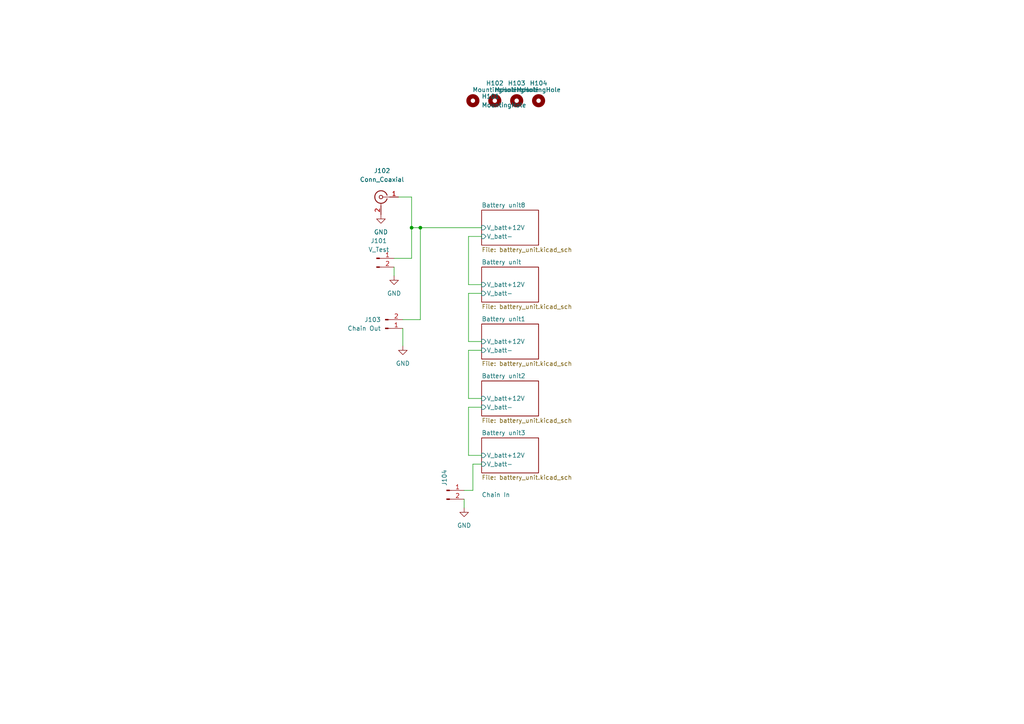
<source format=kicad_sch>
(kicad_sch (version 20211123) (generator eeschema)

  (uuid 76dcf720-35b8-48cc-a352-0d83e1f5c79e)

  (paper "A4")

  (lib_symbols
    (symbol "Connector:Conn_01x02_Male" (pin_names (offset 1.016) hide) (in_bom yes) (on_board yes)
      (property "Reference" "J" (id 0) (at 0 2.54 0)
        (effects (font (size 1.27 1.27)))
      )
      (property "Value" "Conn_01x02_Male" (id 1) (at 0 -5.08 0)
        (effects (font (size 1.27 1.27)))
      )
      (property "Footprint" "" (id 2) (at 0 0 0)
        (effects (font (size 1.27 1.27)) hide)
      )
      (property "Datasheet" "~" (id 3) (at 0 0 0)
        (effects (font (size 1.27 1.27)) hide)
      )
      (property "ki_keywords" "connector" (id 4) (at 0 0 0)
        (effects (font (size 1.27 1.27)) hide)
      )
      (property "ki_description" "Generic connector, single row, 01x02, script generated (kicad-library-utils/schlib/autogen/connector/)" (id 5) (at 0 0 0)
        (effects (font (size 1.27 1.27)) hide)
      )
      (property "ki_fp_filters" "Connector*:*_1x??_*" (id 6) (at 0 0 0)
        (effects (font (size 1.27 1.27)) hide)
      )
      (symbol "Conn_01x02_Male_1_1"
        (polyline
          (pts
            (xy 1.27 -2.54)
            (xy 0.8636 -2.54)
          )
          (stroke (width 0.1524) (type default) (color 0 0 0 0))
          (fill (type none))
        )
        (polyline
          (pts
            (xy 1.27 0)
            (xy 0.8636 0)
          )
          (stroke (width 0.1524) (type default) (color 0 0 0 0))
          (fill (type none))
        )
        (rectangle (start 0.8636 -2.413) (end 0 -2.667)
          (stroke (width 0.1524) (type default) (color 0 0 0 0))
          (fill (type outline))
        )
        (rectangle (start 0.8636 0.127) (end 0 -0.127)
          (stroke (width 0.1524) (type default) (color 0 0 0 0))
          (fill (type outline))
        )
        (pin passive line (at 5.08 0 180) (length 3.81)
          (name "Pin_1" (effects (font (size 1.27 1.27))))
          (number "1" (effects (font (size 1.27 1.27))))
        )
        (pin passive line (at 5.08 -2.54 180) (length 3.81)
          (name "Pin_2" (effects (font (size 1.27 1.27))))
          (number "2" (effects (font (size 1.27 1.27))))
        )
      )
    )
    (symbol "Connector:Conn_Coaxial" (pin_names (offset 1.016) hide) (in_bom yes) (on_board yes)
      (property "Reference" "J" (id 0) (at 0.254 3.048 0)
        (effects (font (size 1.27 1.27)))
      )
      (property "Value" "Conn_Coaxial" (id 1) (at 2.921 0 90)
        (effects (font (size 1.27 1.27)))
      )
      (property "Footprint" "" (id 2) (at 0 0 0)
        (effects (font (size 1.27 1.27)) hide)
      )
      (property "Datasheet" " ~" (id 3) (at 0 0 0)
        (effects (font (size 1.27 1.27)) hide)
      )
      (property "ki_keywords" "BNC SMA SMB SMC LEMO coaxial connector CINCH RCA" (id 4) (at 0 0 0)
        (effects (font (size 1.27 1.27)) hide)
      )
      (property "ki_description" "coaxial connector (BNC, SMA, SMB, SMC, Cinch/RCA, LEMO, ...)" (id 5) (at 0 0 0)
        (effects (font (size 1.27 1.27)) hide)
      )
      (property "ki_fp_filters" "*BNC* *SMA* *SMB* *SMC* *Cinch* *LEMO*" (id 6) (at 0 0 0)
        (effects (font (size 1.27 1.27)) hide)
      )
      (symbol "Conn_Coaxial_0_1"
        (arc (start -1.778 -0.508) (mid 0.2311 -1.8066) (end 1.778 0)
          (stroke (width 0.254) (type default) (color 0 0 0 0))
          (fill (type none))
        )
        (polyline
          (pts
            (xy -2.54 0)
            (xy -0.508 0)
          )
          (stroke (width 0) (type default) (color 0 0 0 0))
          (fill (type none))
        )
        (polyline
          (pts
            (xy 0 -2.54)
            (xy 0 -1.778)
          )
          (stroke (width 0) (type default) (color 0 0 0 0))
          (fill (type none))
        )
        (circle (center 0 0) (radius 0.508)
          (stroke (width 0.2032) (type default) (color 0 0 0 0))
          (fill (type none))
        )
        (arc (start 1.778 0) (mid 0.2099 1.8101) (end -1.778 0.508)
          (stroke (width 0.254) (type default) (color 0 0 0 0))
          (fill (type none))
        )
      )
      (symbol "Conn_Coaxial_1_1"
        (pin passive line (at -5.08 0 0) (length 2.54)
          (name "In" (effects (font (size 1.27 1.27))))
          (number "1" (effects (font (size 1.27 1.27))))
        )
        (pin passive line (at 0 -5.08 90) (length 2.54)
          (name "Ext" (effects (font (size 1.27 1.27))))
          (number "2" (effects (font (size 1.27 1.27))))
        )
      )
    )
    (symbol "Mechanical:MountingHole" (pin_names (offset 1.016)) (in_bom yes) (on_board yes)
      (property "Reference" "H" (id 0) (at 0 5.08 0)
        (effects (font (size 1.27 1.27)))
      )
      (property "Value" "MountingHole" (id 1) (at 0 3.175 0)
        (effects (font (size 1.27 1.27)))
      )
      (property "Footprint" "" (id 2) (at 0 0 0)
        (effects (font (size 1.27 1.27)) hide)
      )
      (property "Datasheet" "~" (id 3) (at 0 0 0)
        (effects (font (size 1.27 1.27)) hide)
      )
      (property "ki_keywords" "mounting hole" (id 4) (at 0 0 0)
        (effects (font (size 1.27 1.27)) hide)
      )
      (property "ki_description" "Mounting Hole without connection" (id 5) (at 0 0 0)
        (effects (font (size 1.27 1.27)) hide)
      )
      (property "ki_fp_filters" "MountingHole*" (id 6) (at 0 0 0)
        (effects (font (size 1.27 1.27)) hide)
      )
      (symbol "MountingHole_0_1"
        (circle (center 0 0) (radius 1.27)
          (stroke (width 1.27) (type default) (color 0 0 0 0))
          (fill (type none))
        )
      )
    )
    (symbol "power:GND" (power) (pin_names (offset 0)) (in_bom yes) (on_board yes)
      (property "Reference" "#PWR" (id 0) (at 0 -6.35 0)
        (effects (font (size 1.27 1.27)) hide)
      )
      (property "Value" "GND" (id 1) (at 0 -3.81 0)
        (effects (font (size 1.27 1.27)))
      )
      (property "Footprint" "" (id 2) (at 0 0 0)
        (effects (font (size 1.27 1.27)) hide)
      )
      (property "Datasheet" "" (id 3) (at 0 0 0)
        (effects (font (size 1.27 1.27)) hide)
      )
      (property "ki_keywords" "power-flag" (id 4) (at 0 0 0)
        (effects (font (size 1.27 1.27)) hide)
      )
      (property "ki_description" "Power symbol creates a global label with name \"GND\" , ground" (id 5) (at 0 0 0)
        (effects (font (size 1.27 1.27)) hide)
      )
      (symbol "GND_0_1"
        (polyline
          (pts
            (xy 0 0)
            (xy 0 -1.27)
            (xy 1.27 -1.27)
            (xy 0 -2.54)
            (xy -1.27 -1.27)
            (xy 0 -1.27)
          )
          (stroke (width 0) (type default) (color 0 0 0 0))
          (fill (type none))
        )
      )
      (symbol "GND_1_1"
        (pin power_in line (at 0 0 270) (length 0) hide
          (name "GND" (effects (font (size 1.27 1.27))))
          (number "1" (effects (font (size 1.27 1.27))))
        )
      )
    )
  )

  (junction (at 121.92 66.04) (diameter 0) (color 0 0 0 0)
    (uuid 1b7715d5-1be5-4cb0-b4ea-b5e51c7f7ded)
  )
  (junction (at 119.38 66.04) (diameter 0) (color 0 0 0 0)
    (uuid dd76360e-b600-4053-b04b-849a53c21e74)
  )

  (wire (pts (xy 135.89 132.08) (xy 139.7 132.08))
    (stroke (width 0) (type default) (color 0 0 0 0))
    (uuid 00dc5b88-8d03-42f1-aba2-05aef37c9be2)
  )
  (wire (pts (xy 135.89 115.57) (xy 139.7 115.57))
    (stroke (width 0) (type default) (color 0 0 0 0))
    (uuid 1c588246-3a08-4ef8-896a-de01b2af80b5)
  )
  (wire (pts (xy 135.89 85.09) (xy 135.89 99.06))
    (stroke (width 0) (type default) (color 0 0 0 0))
    (uuid 1f3a79f8-be3c-48a8-a421-8693b44d8725)
  )
  (wire (pts (xy 135.89 118.11) (xy 135.89 132.08))
    (stroke (width 0) (type default) (color 0 0 0 0))
    (uuid 29ca508b-c59c-437b-ba56-ef79eaeb5f57)
  )
  (wire (pts (xy 139.7 68.58) (xy 135.89 68.58))
    (stroke (width 0) (type default) (color 0 0 0 0))
    (uuid 2d011851-f3dd-490a-9a61-e08092389442)
  )
  (wire (pts (xy 139.7 101.6) (xy 135.89 101.6))
    (stroke (width 0) (type default) (color 0 0 0 0))
    (uuid 409592c3-9c26-4bc2-b0fe-6e0c2bca5b7e)
  )
  (wire (pts (xy 114.3 74.93) (xy 119.38 74.93))
    (stroke (width 0) (type default) (color 0 0 0 0))
    (uuid 4e619f08-e488-4570-886a-e66c10d06676)
  )
  (wire (pts (xy 119.38 66.04) (xy 119.38 57.15))
    (stroke (width 0) (type default) (color 0 0 0 0))
    (uuid 4f1297ed-7e8b-41e9-a80b-f0216ccba8cf)
  )
  (wire (pts (xy 121.92 66.04) (xy 139.7 66.04))
    (stroke (width 0) (type default) (color 0 0 0 0))
    (uuid 66ffc03d-967b-45fc-a4f3-ece1dde51aa2)
  )
  (wire (pts (xy 134.62 144.78) (xy 134.62 147.32))
    (stroke (width 0) (type default) (color 0 0 0 0))
    (uuid 69af53d2-0335-4496-8b89-c828b81f563d)
  )
  (wire (pts (xy 134.62 142.24) (xy 137.16 142.24))
    (stroke (width 0) (type default) (color 0 0 0 0))
    (uuid 6e1c2b96-18e7-456e-8c58-0c9afc5503f3)
  )
  (wire (pts (xy 121.92 66.04) (xy 121.92 92.71))
    (stroke (width 0) (type default) (color 0 0 0 0))
    (uuid 761fcc68-7875-478f-b53a-778f114c7383)
  )
  (wire (pts (xy 137.16 134.62) (xy 137.16 142.24))
    (stroke (width 0) (type default) (color 0 0 0 0))
    (uuid 79763749-aa29-428f-be21-c77b68632ce9)
  )
  (wire (pts (xy 119.38 66.04) (xy 121.92 66.04))
    (stroke (width 0) (type default) (color 0 0 0 0))
    (uuid 99856d7c-41ae-49d7-bde6-823bdbab2e57)
  )
  (wire (pts (xy 115.57 57.15) (xy 119.38 57.15))
    (stroke (width 0) (type default) (color 0 0 0 0))
    (uuid 9b0ca35e-4de0-41cb-b31b-9df91f974a31)
  )
  (wire (pts (xy 119.38 74.93) (xy 119.38 66.04))
    (stroke (width 0) (type default) (color 0 0 0 0))
    (uuid ae46dcc9-31d8-4305-847e-3501ec75396c)
  )
  (wire (pts (xy 135.89 68.58) (xy 135.89 82.55))
    (stroke (width 0) (type default) (color 0 0 0 0))
    (uuid b9549b6b-e558-4bca-b764-39fdd7f2a925)
  )
  (wire (pts (xy 135.89 99.06) (xy 139.7 99.06))
    (stroke (width 0) (type default) (color 0 0 0 0))
    (uuid bd033d29-7da9-47e4-aa2f-641b5d8306e6)
  )
  (wire (pts (xy 114.3 77.47) (xy 114.3 80.01))
    (stroke (width 0) (type default) (color 0 0 0 0))
    (uuid c2b51a37-a7cb-4ec1-9a98-cd7380bf9fe0)
  )
  (wire (pts (xy 135.89 101.6) (xy 135.89 115.57))
    (stroke (width 0) (type default) (color 0 0 0 0))
    (uuid c3ff5c77-e063-4bdc-89a1-3d705dd1543a)
  )
  (wire (pts (xy 135.89 82.55) (xy 139.7 82.55))
    (stroke (width 0) (type default) (color 0 0 0 0))
    (uuid d7ecc8c5-8e6e-4ef3-8e50-9ab55d4ec458)
  )
  (wire (pts (xy 116.84 95.25) (xy 116.84 100.33))
    (stroke (width 0) (type default) (color 0 0 0 0))
    (uuid d8c43244-996a-465f-af96-2b1465daa33d)
  )
  (wire (pts (xy 139.7 118.11) (xy 135.89 118.11))
    (stroke (width 0) (type default) (color 0 0 0 0))
    (uuid e2bf2ae1-2297-4464-a9fe-ca680f55ec6f)
  )
  (wire (pts (xy 121.92 92.71) (xy 116.84 92.71))
    (stroke (width 0) (type default) (color 0 0 0 0))
    (uuid f0190788-2ac8-4351-a887-e4760475dbc7)
  )
  (wire (pts (xy 139.7 134.62) (xy 137.16 134.62))
    (stroke (width 0) (type default) (color 0 0 0 0))
    (uuid f6b8b1be-e387-4e56-8df1-e16b809942a8)
  )
  (wire (pts (xy 139.7 85.09) (xy 135.89 85.09))
    (stroke (width 0) (type default) (color 0 0 0 0))
    (uuid fe23d50d-692d-42c3-b7d7-e09ac9c69889)
  )

  (symbol (lib_id "Mechanical:MountingHole") (at 156.21 29.21 0) (unit 1)
    (in_bom yes) (on_board yes)
    (uuid 02a28e31-13d0-40a0-8984-9a8e6f1abd81)
    (property "Reference" "H104" (id 0) (at 156.21 24.13 0))
    (property "Value" "MountingHole" (id 1) (at 156.21 26.035 0))
    (property "Footprint" "MountingHole:MountingHole_2.7mm_M2.5" (id 2) (at 156.21 29.21 0)
      (effects (font (size 1.27 1.27)) hide)
    )
    (property "Datasheet" "~" (id 3) (at 156.21 29.21 0)
      (effects (font (size 1.27 1.27)) hide)
    )
  )

  (symbol (lib_id "Mechanical:MountingHole") (at 143.51 29.21 0) (unit 1)
    (in_bom yes) (on_board yes)
    (uuid 10b8df66-edaa-40d3-9510-c9aa4e5a3f11)
    (property "Reference" "H102" (id 0) (at 143.51 24.13 0))
    (property "Value" "MountingHole" (id 1) (at 143.51 26.035 0))
    (property "Footprint" "MountingHole:MountingHole_2.7mm_M2.5" (id 2) (at 143.51 29.21 0)
      (effects (font (size 1.27 1.27)) hide)
    )
    (property "Datasheet" "~" (id 3) (at 143.51 29.21 0)
      (effects (font (size 1.27 1.27)) hide)
    )
  )

  (symbol (lib_id "Mechanical:MountingHole") (at 137.16 29.21 0) (unit 1)
    (in_bom yes) (on_board yes) (fields_autoplaced)
    (uuid 15ab6cf8-e9d0-450f-8652-ad27b0295e0f)
    (property "Reference" "H101" (id 0) (at 139.7 27.9399 0)
      (effects (font (size 1.27 1.27)) (justify left))
    )
    (property "Value" "MountingHole" (id 1) (at 139.7 30.4799 0)
      (effects (font (size 1.27 1.27)) (justify left))
    )
    (property "Footprint" "MountingHole:MountingHole_2.7mm_M2.5" (id 2) (at 137.16 29.21 0)
      (effects (font (size 1.27 1.27)) hide)
    )
    (property "Datasheet" "~" (id 3) (at 137.16 29.21 0)
      (effects (font (size 1.27 1.27)) hide)
    )
  )

  (symbol (lib_id "Connector:Conn_01x02_Male") (at 109.22 74.93 0) (unit 1)
    (in_bom yes) (on_board yes) (fields_autoplaced)
    (uuid 1bf56f67-cbc8-48b0-afca-19c532b24689)
    (property "Reference" "J101" (id 0) (at 109.855 69.85 0))
    (property "Value" "V_Test" (id 1) (at 109.855 72.39 0))
    (property "Footprint" "Connector_PinHeader_2.54mm:PinHeader_1x02_P2.54mm_Vertical" (id 2) (at 109.22 74.93 0)
      (effects (font (size 1.27 1.27)) hide)
    )
    (property "Datasheet" "~" (id 3) (at 109.22 74.93 0)
      (effects (font (size 1.27 1.27)) hide)
    )
    (pin "1" (uuid 9a862eae-6a4d-440c-90aa-013f0210523c))
    (pin "2" (uuid cda0accb-b0f8-4d4e-8556-8cef1ce5377a))
  )

  (symbol (lib_id "Connector:Conn_01x02_Male") (at 111.76 95.25 0) (mirror x) (unit 1)
    (in_bom yes) (on_board yes) (fields_autoplaced)
    (uuid 353c2305-bac5-4abb-8535-27524fa1ac1e)
    (property "Reference" "J103" (id 0) (at 110.49 92.7099 0)
      (effects (font (size 1.27 1.27)) (justify right))
    )
    (property "Value" "Chain Out" (id 1) (at 110.49 95.2499 0)
      (effects (font (size 1.27 1.27)) (justify right))
    )
    (property "Footprint" "Connector_PinHeader_2.54mm:PinHeader_1x02_P2.54mm_Vertical" (id 2) (at 111.76 95.25 0)
      (effects (font (size 1.27 1.27)) hide)
    )
    (property "Datasheet" "~" (id 3) (at 111.76 95.25 0)
      (effects (font (size 1.27 1.27)) hide)
    )
    (pin "1" (uuid f4479e14-8130-4a1d-b4fe-8fa9702e8e28))
    (pin "2" (uuid f6219101-6860-4d7b-b36f-d9373753b323))
  )

  (symbol (lib_id "power:GND") (at 110.49 62.23 0) (unit 1)
    (in_bom yes) (on_board yes) (fields_autoplaced)
    (uuid 72fd6bf1-7ba1-4fc7-a1d4-b997b52b3b79)
    (property "Reference" "#PWR0101" (id 0) (at 110.49 68.58 0)
      (effects (font (size 1.27 1.27)) hide)
    )
    (property "Value" "GND" (id 1) (at 110.49 67.31 0))
    (property "Footprint" "" (id 2) (at 110.49 62.23 0)
      (effects (font (size 1.27 1.27)) hide)
    )
    (property "Datasheet" "" (id 3) (at 110.49 62.23 0)
      (effects (font (size 1.27 1.27)) hide)
    )
    (pin "1" (uuid 84df1d42-3876-4f5a-85f7-27a7f9572ede))
  )

  (symbol (lib_id "Connector:Conn_Coaxial") (at 110.49 57.15 0) (mirror y) (unit 1)
    (in_bom yes) (on_board yes) (fields_autoplaced)
    (uuid 81dded8b-f4ed-4435-9e6e-b5fddc13d8fe)
    (property "Reference" "J102" (id 0) (at 110.8074 49.53 0))
    (property "Value" "Conn_Coaxial" (id 1) (at 110.8074 52.07 0))
    (property "Footprint" "Connector_Coaxial:SMA_Amphenol_132203-12_Horizontal" (id 2) (at 110.49 57.15 0)
      (effects (font (size 1.27 1.27)) hide)
    )
    (property "Datasheet" " ~" (id 3) (at 110.49 57.15 0)
      (effects (font (size 1.27 1.27)) hide)
    )
    (pin "1" (uuid 0fe16eaf-19b0-43f1-8b93-51cb87e0f7ae))
    (pin "2" (uuid 9aa8644b-e909-43a8-91c9-b8a1a6169c9f))
  )

  (symbol (lib_id "power:GND") (at 114.3 80.01 0) (unit 1)
    (in_bom yes) (on_board yes) (fields_autoplaced)
    (uuid 975ef058-37d6-47e2-a79c-43160d6d3fd3)
    (property "Reference" "#PWR0102" (id 0) (at 114.3 86.36 0)
      (effects (font (size 1.27 1.27)) hide)
    )
    (property "Value" "GND" (id 1) (at 114.3 85.09 0))
    (property "Footprint" "" (id 2) (at 114.3 80.01 0)
      (effects (font (size 1.27 1.27)) hide)
    )
    (property "Datasheet" "" (id 3) (at 114.3 80.01 0)
      (effects (font (size 1.27 1.27)) hide)
    )
    (pin "1" (uuid 4a1c92cf-fd68-420a-a03d-03ea642743a7))
  )

  (symbol (lib_id "power:GND") (at 134.62 147.32 0) (unit 1)
    (in_bom yes) (on_board yes) (fields_autoplaced)
    (uuid a8fcf0cf-8834-4bfc-a582-ceb083fa45de)
    (property "Reference" "#PWR0104" (id 0) (at 134.62 153.67 0)
      (effects (font (size 1.27 1.27)) hide)
    )
    (property "Value" "GND" (id 1) (at 134.62 152.4 0))
    (property "Footprint" "" (id 2) (at 134.62 147.32 0)
      (effects (font (size 1.27 1.27)) hide)
    )
    (property "Datasheet" "" (id 3) (at 134.62 147.32 0)
      (effects (font (size 1.27 1.27)) hide)
    )
    (pin "1" (uuid cf642e6a-066f-4d15-bfaf-95867df67b40))
  )

  (symbol (lib_id "Mechanical:MountingHole") (at 149.86 29.21 0) (unit 1)
    (in_bom yes) (on_board yes)
    (uuid bde1ffd1-50e6-43fb-9c6a-71b3a8ef5d29)
    (property "Reference" "H103" (id 0) (at 149.86 24.13 0))
    (property "Value" "MountingHole" (id 1) (at 149.86 26.035 0))
    (property "Footprint" "MountingHole:MountingHole_2.7mm_M2.5" (id 2) (at 149.86 29.21 0)
      (effects (font (size 1.27 1.27)) hide)
    )
    (property "Datasheet" "~" (id 3) (at 149.86 29.21 0)
      (effects (font (size 1.27 1.27)) hide)
    )
  )

  (symbol (lib_id "power:GND") (at 116.84 100.33 0) (unit 1)
    (in_bom yes) (on_board yes) (fields_autoplaced)
    (uuid c8ab9eb0-5760-46b1-a448-d9ef4548ad61)
    (property "Reference" "#PWR0103" (id 0) (at 116.84 106.68 0)
      (effects (font (size 1.27 1.27)) hide)
    )
    (property "Value" "GND" (id 1) (at 116.84 105.41 0))
    (property "Footprint" "" (id 2) (at 116.84 100.33 0)
      (effects (font (size 1.27 1.27)) hide)
    )
    (property "Datasheet" "" (id 3) (at 116.84 100.33 0)
      (effects (font (size 1.27 1.27)) hide)
    )
    (pin "1" (uuid 001bfd30-07e5-481a-aff6-ad84aba272d3))
  )

  (symbol (lib_id "Connector:Conn_01x02_Male") (at 129.54 142.24 0) (unit 1)
    (in_bom yes) (on_board yes)
    (uuid f4c95dc8-fa2d-4d22-8263-10690a1e5a39)
    (property "Reference" "J104" (id 0) (at 128.9049 140.97 90)
      (effects (font (size 1.27 1.27)) (justify left))
    )
    (property "Value" "Chain In" (id 1) (at 139.7 143.51 0)
      (effects (font (size 1.27 1.27)) (justify left))
    )
    (property "Footprint" "Connector_PinHeader_2.54mm:PinHeader_1x02_P2.54mm_Vertical" (id 2) (at 129.54 142.24 0)
      (effects (font (size 1.27 1.27)) hide)
    )
    (property "Datasheet" "~" (id 3) (at 129.54 142.24 0)
      (effects (font (size 1.27 1.27)) hide)
    )
    (pin "1" (uuid ac421e7a-4f9e-4f00-8100-dff975dbb4c1))
    (pin "2" (uuid 176132dc-f0f7-480f-ab55-c8a68bc9293a))
  )

  (sheet (at 139.7 77.47) (size 16.51 10.16) (fields_autoplaced)
    (stroke (width 0.1524) (type solid) (color 0 0 0 0))
    (fill (color 0 0 0 0.0000))
    (uuid 4cc0d29f-7bd2-4db1-95ed-48304606c944)
    (property "Sheet name" "Battery unit" (id 0) (at 139.7 76.7584 0)
      (effects (font (size 1.27 1.27)) (justify left bottom))
    )
    (property "Sheet file" "battery_unit.kicad_sch" (id 1) (at 139.7 88.2146 0)
      (effects (font (size 1.27 1.27)) (justify left top))
    )
    (pin "V_batt+12V" input (at 139.7 82.55 180)
      (effects (font (size 1.27 1.27)) (justify left))
      (uuid 0e93e7be-fe6c-4ce1-bcc1-2d81daa23501)
    )
    (pin "V_batt-" input (at 139.7 85.09 180)
      (effects (font (size 1.27 1.27)) (justify left))
      (uuid ee86ad62-e68c-4a2a-a6f3-b9f6207ffa74)
    )
  )

  (sheet (at 139.7 60.96) (size 16.51 10.16) (fields_autoplaced)
    (stroke (width 0.1524) (type solid) (color 0 0 0 0))
    (fill (color 0 0 0 0.0000))
    (uuid 565040ea-5ab6-402c-ad09-8f5a491f1093)
    (property "Sheet name" "Battery unit8" (id 0) (at 139.7 60.2484 0)
      (effects (font (size 1.27 1.27)) (justify left bottom))
    )
    (property "Sheet file" "battery_unit.kicad_sch" (id 1) (at 139.7 71.7046 0)
      (effects (font (size 1.27 1.27)) (justify left top))
    )
    (pin "V_batt+12V" input (at 139.7 66.04 180)
      (effects (font (size 1.27 1.27)) (justify left))
      (uuid 0ad8e3d8-30c0-4bc3-a867-1e3c536f8468)
    )
    (pin "V_batt-" input (at 139.7 68.58 180)
      (effects (font (size 1.27 1.27)) (justify left))
      (uuid 7b549fd8-3af9-4247-a333-81fb525ba01c)
    )
  )

  (sheet (at 139.7 127) (size 16.51 10.16) (fields_autoplaced)
    (stroke (width 0.1524) (type solid) (color 0 0 0 0))
    (fill (color 0 0 0 0.0000))
    (uuid 813d3b55-f318-425f-b716-08156be54983)
    (property "Sheet name" "Battery unit3" (id 0) (at 139.7 126.2884 0)
      (effects (font (size 1.27 1.27)) (justify left bottom))
    )
    (property "Sheet file" "battery_unit.kicad_sch" (id 1) (at 139.7 137.7446 0)
      (effects (font (size 1.27 1.27)) (justify left top))
    )
    (pin "V_batt+12V" input (at 139.7 132.08 180)
      (effects (font (size 1.27 1.27)) (justify left))
      (uuid addf4ce0-247b-43fd-b702-b08b937282bf)
    )
    (pin "V_batt-" input (at 139.7 134.62 180)
      (effects (font (size 1.27 1.27)) (justify left))
      (uuid 321e14f3-1b45-491f-b25c-3e81f70b2aad)
    )
  )

  (sheet (at 139.7 110.49) (size 16.51 10.16) (fields_autoplaced)
    (stroke (width 0.1524) (type solid) (color 0 0 0 0))
    (fill (color 0 0 0 0.0000))
    (uuid 961729b2-7b63-4ecb-8926-d320fd27e8ad)
    (property "Sheet name" "Battery unit2" (id 0) (at 139.7 109.7784 0)
      (effects (font (size 1.27 1.27)) (justify left bottom))
    )
    (property "Sheet file" "battery_unit.kicad_sch" (id 1) (at 139.7 121.2346 0)
      (effects (font (size 1.27 1.27)) (justify left top))
    )
    (pin "V_batt+12V" input (at 139.7 115.57 180)
      (effects (font (size 1.27 1.27)) (justify left))
      (uuid dc58ea48-1022-4665-a4a4-e8ed9248e7ea)
    )
    (pin "V_batt-" input (at 139.7 118.11 180)
      (effects (font (size 1.27 1.27)) (justify left))
      (uuid 3c7b858f-a06e-4aba-a495-550902ae4ef5)
    )
  )

  (sheet (at 139.7 93.98) (size 16.51 10.16) (fields_autoplaced)
    (stroke (width 0.1524) (type solid) (color 0 0 0 0))
    (fill (color 0 0 0 0.0000))
    (uuid cbc3e989-f467-4e56-b8d9-8294de5edfdb)
    (property "Sheet name" "Battery unit1" (id 0) (at 139.7 93.2684 0)
      (effects (font (size 1.27 1.27)) (justify left bottom))
    )
    (property "Sheet file" "battery_unit.kicad_sch" (id 1) (at 139.7 104.7246 0)
      (effects (font (size 1.27 1.27)) (justify left top))
    )
    (pin "V_batt+12V" input (at 139.7 99.06 180)
      (effects (font (size 1.27 1.27)) (justify left))
      (uuid 3e35d981-b677-422c-aa6b-21965316ec28)
    )
    (pin "V_batt-" input (at 139.7 101.6 180)
      (effects (font (size 1.27 1.27)) (justify left))
      (uuid db5a58bf-45c2-4360-8f34-920c9a846384)
    )
  )

  (sheet_instances
    (path "/" (page "1"))
    (path "/4cc0d29f-7bd2-4db1-95ed-48304606c944" (page "2"))
    (path "/cbc3e989-f467-4e56-b8d9-8294de5edfdb" (page "3"))
    (path "/961729b2-7b63-4ecb-8926-d320fd27e8ad" (page "4"))
    (path "/813d3b55-f318-425f-b716-08156be54983" (page "5"))
    (path "/565040ea-5ab6-402c-ad09-8f5a491f1093" (page "10"))
  )

  (symbol_instances
    (path "/72fd6bf1-7ba1-4fc7-a1d4-b997b52b3b79"
      (reference "#PWR0101") (unit 1) (value "GND") (footprint "")
    )
    (path "/975ef058-37d6-47e2-a79c-43160d6d3fd3"
      (reference "#PWR0102") (unit 1) (value "GND") (footprint "")
    )
    (path "/c8ab9eb0-5760-46b1-a448-d9ef4548ad61"
      (reference "#PWR0103") (unit 1) (value "GND") (footprint "")
    )
    (path "/a8fcf0cf-8834-4bfc-a582-ceb083fa45de"
      (reference "#PWR0104") (unit 1) (value "GND") (footprint "")
    )
    (path "/15ab6cf8-e9d0-450f-8652-ad27b0295e0f"
      (reference "H101") (unit 1) (value "MountingHole") (footprint "MountingHole:MountingHole_2.7mm_M2.5")
    )
    (path "/10b8df66-edaa-40d3-9510-c9aa4e5a3f11"
      (reference "H102") (unit 1) (value "MountingHole") (footprint "MountingHole:MountingHole_2.7mm_M2.5")
    )
    (path "/bde1ffd1-50e6-43fb-9c6a-71b3a8ef5d29"
      (reference "H103") (unit 1) (value "MountingHole") (footprint "MountingHole:MountingHole_2.7mm_M2.5")
    )
    (path "/02a28e31-13d0-40a0-8984-9a8e6f1abd81"
      (reference "H104") (unit 1) (value "MountingHole") (footprint "MountingHole:MountingHole_2.7mm_M2.5")
    )
    (path "/1bf56f67-cbc8-48b0-afca-19c532b24689"
      (reference "J101") (unit 1) (value "V_Test") (footprint "Connector_PinHeader_2.54mm:PinHeader_1x02_P2.54mm_Vertical")
    )
    (path "/81dded8b-f4ed-4435-9e6e-b5fddc13d8fe"
      (reference "J102") (unit 1) (value "Conn_Coaxial") (footprint "Connector_Coaxial:SMA_Amphenol_132203-12_Horizontal")
    )
    (path "/353c2305-bac5-4abb-8535-27524fa1ac1e"
      (reference "J103") (unit 1) (value "Chain Out") (footprint "Connector_PinHeader_2.54mm:PinHeader_1x02_P2.54mm_Vertical")
    )
    (path "/f4c95dc8-fa2d-4d22-8263-10690a1e5a39"
      (reference "J104") (unit 1) (value "Chain In") (footprint "Connector_PinHeader_2.54mm:PinHeader_1x02_P2.54mm_Vertical")
    )
    (path "/4cc0d29f-7bd2-4db1-95ed-48304606c944/a164baa0-2686-4e0b-a9a5-91047d5e39d4"
      (reference "JP201") (unit 1) (value "Bypass") (footprint "Connector_PinHeader_2.54mm:PinHeader_1x03_P2.54mm_Vertical")
    )
    (path "/cbc3e989-f467-4e56-b8d9-8294de5edfdb/a164baa0-2686-4e0b-a9a5-91047d5e39d4"
      (reference "JP301") (unit 1) (value "Bypass") (footprint "Connector_PinHeader_2.54mm:PinHeader_1x03_P2.54mm_Vertical")
    )
    (path "/961729b2-7b63-4ecb-8926-d320fd27e8ad/a164baa0-2686-4e0b-a9a5-91047d5e39d4"
      (reference "JP401") (unit 1) (value "Bypass") (footprint "Connector_PinHeader_2.54mm:PinHeader_1x03_P2.54mm_Vertical")
    )
    (path "/813d3b55-f318-425f-b716-08156be54983/a164baa0-2686-4e0b-a9a5-91047d5e39d4"
      (reference "JP501") (unit 1) (value "Bypass") (footprint "Connector_PinHeader_2.54mm:PinHeader_1x03_P2.54mm_Vertical")
    )
    (path "/565040ea-5ab6-402c-ad09-8f5a491f1093/a164baa0-2686-4e0b-a9a5-91047d5e39d4"
      (reference "JP601") (unit 1) (value "Bypass") (footprint "Connector_PinHeader_2.54mm:PinHeader_1x03_P2.54mm_Vertical")
    )
    (path "/4cc0d29f-7bd2-4db1-95ed-48304606c944/d7df1a1e-7377-467b-a357-7648388b8af0"
      (reference "R201") (unit 1) (value "120k") (footprint "Resistor_SMD:R_0805_2012Metric_Pad1.20x1.40mm_HandSolder")
    )
    (path "/cbc3e989-f467-4e56-b8d9-8294de5edfdb/d7df1a1e-7377-467b-a357-7648388b8af0"
      (reference "R301") (unit 1) (value "120k") (footprint "Resistor_SMD:R_0805_2012Metric_Pad1.20x1.40mm_HandSolder")
    )
    (path "/961729b2-7b63-4ecb-8926-d320fd27e8ad/d7df1a1e-7377-467b-a357-7648388b8af0"
      (reference "R401") (unit 1) (value "120k") (footprint "Resistor_SMD:R_0805_2012Metric_Pad1.20x1.40mm_HandSolder")
    )
    (path "/813d3b55-f318-425f-b716-08156be54983/d7df1a1e-7377-467b-a357-7648388b8af0"
      (reference "R501") (unit 1) (value "120k") (footprint "Resistor_SMD:R_0805_2012Metric_Pad1.20x1.40mm_HandSolder")
    )
    (path "/565040ea-5ab6-402c-ad09-8f5a491f1093/d7df1a1e-7377-467b-a357-7648388b8af0"
      (reference "R601") (unit 1) (value "120k") (footprint "Resistor_SMD:R_0805_2012Metric_Pad1.20x1.40mm_HandSolder")
    )
    (path "/4cc0d29f-7bd2-4db1-95ed-48304606c944/a12ecaf5-f9e5-4565-9d7b-2ed6eeb8c9f9"
      (reference "U201") (unit 1) (value "Keystone-1018-SMD") (footprint "23A_Battery_Holder:Keystone-1018")
    )
    (path "/cbc3e989-f467-4e56-b8d9-8294de5edfdb/a12ecaf5-f9e5-4565-9d7b-2ed6eeb8c9f9"
      (reference "U301") (unit 1) (value "Keystone-1018-SMD") (footprint "23A_Battery_Holder:Keystone-1018")
    )
    (path "/961729b2-7b63-4ecb-8926-d320fd27e8ad/a12ecaf5-f9e5-4565-9d7b-2ed6eeb8c9f9"
      (reference "U401") (unit 1) (value "Keystone-1018-SMD") (footprint "23A_Battery_Holder:Keystone-1018")
    )
    (path "/813d3b55-f318-425f-b716-08156be54983/a12ecaf5-f9e5-4565-9d7b-2ed6eeb8c9f9"
      (reference "U501") (unit 1) (value "Keystone-1018-SMD") (footprint "23A_Battery_Holder:Keystone-1018")
    )
    (path "/565040ea-5ab6-402c-ad09-8f5a491f1093/a12ecaf5-f9e5-4565-9d7b-2ed6eeb8c9f9"
      (reference "U601") (unit 1) (value "Keystone-1018-SMD") (footprint "23A_Battery_Holder:Keystone-1018")
    )
  )
)

</source>
